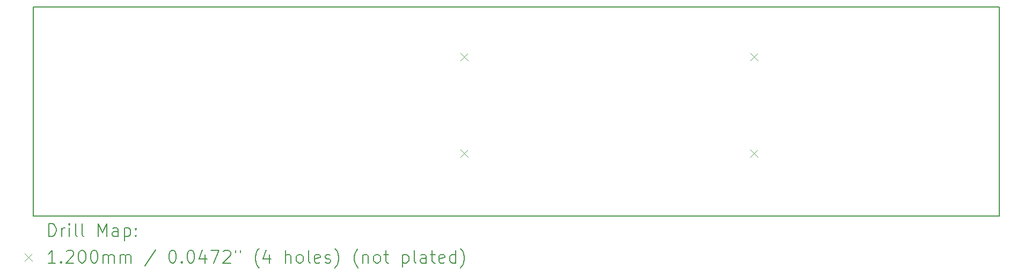
<source format=gbr>
%TF.GenerationSoftware,KiCad,Pcbnew,7.0.9*%
%TF.CreationDate,2025-01-11T11:51:57-05:00*%
%TF.ProjectId,PropellerClock,50726f70-656c-46c6-9572-436c6f636b2e,rev?*%
%TF.SameCoordinates,Original*%
%TF.FileFunction,Drillmap*%
%TF.FilePolarity,Positive*%
%FSLAX45Y45*%
G04 Gerber Fmt 4.5, Leading zero omitted, Abs format (unit mm)*
G04 Created by KiCad (PCBNEW 7.0.9) date 2025-01-11 11:51:57*
%MOMM*%
%LPD*%
G01*
G04 APERTURE LIST*
%ADD10C,0.200000*%
%ADD11C,0.120000*%
G04 APERTURE END LIST*
D10*
X6985000Y-6985000D02*
X6985000Y-10287000D01*
X22225000Y-6985000D02*
X22225000Y-10287000D01*
X6985000Y-10287000D02*
X22225000Y-10287000D01*
X6985000Y-6985000D02*
X22225000Y-6985000D01*
D11*
X13729660Y-7712400D02*
X13849660Y-7832400D01*
X13849660Y-7712400D02*
X13729660Y-7832400D01*
X13729660Y-9236400D02*
X13849660Y-9356400D01*
X13849660Y-9236400D02*
X13729660Y-9356400D01*
X18301660Y-7712400D02*
X18421660Y-7832400D01*
X18421660Y-7712400D02*
X18301660Y-7832400D01*
X18301660Y-9236400D02*
X18421660Y-9356400D01*
X18421660Y-9236400D02*
X18301660Y-9356400D01*
D10*
X7235777Y-10608484D02*
X7235777Y-10408484D01*
X7235777Y-10408484D02*
X7283396Y-10408484D01*
X7283396Y-10408484D02*
X7311967Y-10418008D01*
X7311967Y-10418008D02*
X7331015Y-10437055D01*
X7331015Y-10437055D02*
X7340539Y-10456103D01*
X7340539Y-10456103D02*
X7350062Y-10494198D01*
X7350062Y-10494198D02*
X7350062Y-10522770D01*
X7350062Y-10522770D02*
X7340539Y-10560865D01*
X7340539Y-10560865D02*
X7331015Y-10579912D01*
X7331015Y-10579912D02*
X7311967Y-10598960D01*
X7311967Y-10598960D02*
X7283396Y-10608484D01*
X7283396Y-10608484D02*
X7235777Y-10608484D01*
X7435777Y-10608484D02*
X7435777Y-10475150D01*
X7435777Y-10513246D02*
X7445301Y-10494198D01*
X7445301Y-10494198D02*
X7454824Y-10484674D01*
X7454824Y-10484674D02*
X7473872Y-10475150D01*
X7473872Y-10475150D02*
X7492920Y-10475150D01*
X7559586Y-10608484D02*
X7559586Y-10475150D01*
X7559586Y-10408484D02*
X7550062Y-10418008D01*
X7550062Y-10418008D02*
X7559586Y-10427531D01*
X7559586Y-10427531D02*
X7569110Y-10418008D01*
X7569110Y-10418008D02*
X7559586Y-10408484D01*
X7559586Y-10408484D02*
X7559586Y-10427531D01*
X7683396Y-10608484D02*
X7664348Y-10598960D01*
X7664348Y-10598960D02*
X7654824Y-10579912D01*
X7654824Y-10579912D02*
X7654824Y-10408484D01*
X7788158Y-10608484D02*
X7769110Y-10598960D01*
X7769110Y-10598960D02*
X7759586Y-10579912D01*
X7759586Y-10579912D02*
X7759586Y-10408484D01*
X8016729Y-10608484D02*
X8016729Y-10408484D01*
X8016729Y-10408484D02*
X8083396Y-10551341D01*
X8083396Y-10551341D02*
X8150062Y-10408484D01*
X8150062Y-10408484D02*
X8150062Y-10608484D01*
X8331015Y-10608484D02*
X8331015Y-10503722D01*
X8331015Y-10503722D02*
X8321491Y-10484674D01*
X8321491Y-10484674D02*
X8302443Y-10475150D01*
X8302443Y-10475150D02*
X8264348Y-10475150D01*
X8264348Y-10475150D02*
X8245301Y-10484674D01*
X8331015Y-10598960D02*
X8311967Y-10608484D01*
X8311967Y-10608484D02*
X8264348Y-10608484D01*
X8264348Y-10608484D02*
X8245301Y-10598960D01*
X8245301Y-10598960D02*
X8235777Y-10579912D01*
X8235777Y-10579912D02*
X8235777Y-10560865D01*
X8235777Y-10560865D02*
X8245301Y-10541817D01*
X8245301Y-10541817D02*
X8264348Y-10532293D01*
X8264348Y-10532293D02*
X8311967Y-10532293D01*
X8311967Y-10532293D02*
X8331015Y-10522770D01*
X8426253Y-10475150D02*
X8426253Y-10675150D01*
X8426253Y-10484674D02*
X8445301Y-10475150D01*
X8445301Y-10475150D02*
X8483396Y-10475150D01*
X8483396Y-10475150D02*
X8502444Y-10484674D01*
X8502444Y-10484674D02*
X8511967Y-10494198D01*
X8511967Y-10494198D02*
X8521491Y-10513246D01*
X8521491Y-10513246D02*
X8521491Y-10570389D01*
X8521491Y-10570389D02*
X8511967Y-10589436D01*
X8511967Y-10589436D02*
X8502444Y-10598960D01*
X8502444Y-10598960D02*
X8483396Y-10608484D01*
X8483396Y-10608484D02*
X8445301Y-10608484D01*
X8445301Y-10608484D02*
X8426253Y-10598960D01*
X8607205Y-10589436D02*
X8616729Y-10598960D01*
X8616729Y-10598960D02*
X8607205Y-10608484D01*
X8607205Y-10608484D02*
X8597682Y-10598960D01*
X8597682Y-10598960D02*
X8607205Y-10589436D01*
X8607205Y-10589436D02*
X8607205Y-10608484D01*
X8607205Y-10484674D02*
X8616729Y-10494198D01*
X8616729Y-10494198D02*
X8607205Y-10503722D01*
X8607205Y-10503722D02*
X8597682Y-10494198D01*
X8597682Y-10494198D02*
X8607205Y-10484674D01*
X8607205Y-10484674D02*
X8607205Y-10503722D01*
D11*
X6855000Y-10877000D02*
X6975000Y-10997000D01*
X6975000Y-10877000D02*
X6855000Y-10997000D01*
D10*
X7340539Y-11028484D02*
X7226253Y-11028484D01*
X7283396Y-11028484D02*
X7283396Y-10828484D01*
X7283396Y-10828484D02*
X7264348Y-10857055D01*
X7264348Y-10857055D02*
X7245301Y-10876103D01*
X7245301Y-10876103D02*
X7226253Y-10885627D01*
X7426253Y-11009436D02*
X7435777Y-11018960D01*
X7435777Y-11018960D02*
X7426253Y-11028484D01*
X7426253Y-11028484D02*
X7416729Y-11018960D01*
X7416729Y-11018960D02*
X7426253Y-11009436D01*
X7426253Y-11009436D02*
X7426253Y-11028484D01*
X7511967Y-10847531D02*
X7521491Y-10838008D01*
X7521491Y-10838008D02*
X7540539Y-10828484D01*
X7540539Y-10828484D02*
X7588158Y-10828484D01*
X7588158Y-10828484D02*
X7607205Y-10838008D01*
X7607205Y-10838008D02*
X7616729Y-10847531D01*
X7616729Y-10847531D02*
X7626253Y-10866579D01*
X7626253Y-10866579D02*
X7626253Y-10885627D01*
X7626253Y-10885627D02*
X7616729Y-10914198D01*
X7616729Y-10914198D02*
X7502443Y-11028484D01*
X7502443Y-11028484D02*
X7626253Y-11028484D01*
X7750062Y-10828484D02*
X7769110Y-10828484D01*
X7769110Y-10828484D02*
X7788158Y-10838008D01*
X7788158Y-10838008D02*
X7797682Y-10847531D01*
X7797682Y-10847531D02*
X7807205Y-10866579D01*
X7807205Y-10866579D02*
X7816729Y-10904674D01*
X7816729Y-10904674D02*
X7816729Y-10952293D01*
X7816729Y-10952293D02*
X7807205Y-10990389D01*
X7807205Y-10990389D02*
X7797682Y-11009436D01*
X7797682Y-11009436D02*
X7788158Y-11018960D01*
X7788158Y-11018960D02*
X7769110Y-11028484D01*
X7769110Y-11028484D02*
X7750062Y-11028484D01*
X7750062Y-11028484D02*
X7731015Y-11018960D01*
X7731015Y-11018960D02*
X7721491Y-11009436D01*
X7721491Y-11009436D02*
X7711967Y-10990389D01*
X7711967Y-10990389D02*
X7702443Y-10952293D01*
X7702443Y-10952293D02*
X7702443Y-10904674D01*
X7702443Y-10904674D02*
X7711967Y-10866579D01*
X7711967Y-10866579D02*
X7721491Y-10847531D01*
X7721491Y-10847531D02*
X7731015Y-10838008D01*
X7731015Y-10838008D02*
X7750062Y-10828484D01*
X7940539Y-10828484D02*
X7959586Y-10828484D01*
X7959586Y-10828484D02*
X7978634Y-10838008D01*
X7978634Y-10838008D02*
X7988158Y-10847531D01*
X7988158Y-10847531D02*
X7997682Y-10866579D01*
X7997682Y-10866579D02*
X8007205Y-10904674D01*
X8007205Y-10904674D02*
X8007205Y-10952293D01*
X8007205Y-10952293D02*
X7997682Y-10990389D01*
X7997682Y-10990389D02*
X7988158Y-11009436D01*
X7988158Y-11009436D02*
X7978634Y-11018960D01*
X7978634Y-11018960D02*
X7959586Y-11028484D01*
X7959586Y-11028484D02*
X7940539Y-11028484D01*
X7940539Y-11028484D02*
X7921491Y-11018960D01*
X7921491Y-11018960D02*
X7911967Y-11009436D01*
X7911967Y-11009436D02*
X7902443Y-10990389D01*
X7902443Y-10990389D02*
X7892920Y-10952293D01*
X7892920Y-10952293D02*
X7892920Y-10904674D01*
X7892920Y-10904674D02*
X7902443Y-10866579D01*
X7902443Y-10866579D02*
X7911967Y-10847531D01*
X7911967Y-10847531D02*
X7921491Y-10838008D01*
X7921491Y-10838008D02*
X7940539Y-10828484D01*
X8092920Y-11028484D02*
X8092920Y-10895150D01*
X8092920Y-10914198D02*
X8102443Y-10904674D01*
X8102443Y-10904674D02*
X8121491Y-10895150D01*
X8121491Y-10895150D02*
X8150063Y-10895150D01*
X8150063Y-10895150D02*
X8169110Y-10904674D01*
X8169110Y-10904674D02*
X8178634Y-10923722D01*
X8178634Y-10923722D02*
X8178634Y-11028484D01*
X8178634Y-10923722D02*
X8188158Y-10904674D01*
X8188158Y-10904674D02*
X8207205Y-10895150D01*
X8207205Y-10895150D02*
X8235777Y-10895150D01*
X8235777Y-10895150D02*
X8254824Y-10904674D01*
X8254824Y-10904674D02*
X8264348Y-10923722D01*
X8264348Y-10923722D02*
X8264348Y-11028484D01*
X8359586Y-11028484D02*
X8359586Y-10895150D01*
X8359586Y-10914198D02*
X8369110Y-10904674D01*
X8369110Y-10904674D02*
X8388158Y-10895150D01*
X8388158Y-10895150D02*
X8416729Y-10895150D01*
X8416729Y-10895150D02*
X8435777Y-10904674D01*
X8435777Y-10904674D02*
X8445301Y-10923722D01*
X8445301Y-10923722D02*
X8445301Y-11028484D01*
X8445301Y-10923722D02*
X8454825Y-10904674D01*
X8454825Y-10904674D02*
X8473872Y-10895150D01*
X8473872Y-10895150D02*
X8502444Y-10895150D01*
X8502444Y-10895150D02*
X8521491Y-10904674D01*
X8521491Y-10904674D02*
X8531015Y-10923722D01*
X8531015Y-10923722D02*
X8531015Y-11028484D01*
X8921491Y-10818960D02*
X8750063Y-11076103D01*
X9178634Y-10828484D02*
X9197682Y-10828484D01*
X9197682Y-10828484D02*
X9216729Y-10838008D01*
X9216729Y-10838008D02*
X9226253Y-10847531D01*
X9226253Y-10847531D02*
X9235777Y-10866579D01*
X9235777Y-10866579D02*
X9245301Y-10904674D01*
X9245301Y-10904674D02*
X9245301Y-10952293D01*
X9245301Y-10952293D02*
X9235777Y-10990389D01*
X9235777Y-10990389D02*
X9226253Y-11009436D01*
X9226253Y-11009436D02*
X9216729Y-11018960D01*
X9216729Y-11018960D02*
X9197682Y-11028484D01*
X9197682Y-11028484D02*
X9178634Y-11028484D01*
X9178634Y-11028484D02*
X9159587Y-11018960D01*
X9159587Y-11018960D02*
X9150063Y-11009436D01*
X9150063Y-11009436D02*
X9140539Y-10990389D01*
X9140539Y-10990389D02*
X9131015Y-10952293D01*
X9131015Y-10952293D02*
X9131015Y-10904674D01*
X9131015Y-10904674D02*
X9140539Y-10866579D01*
X9140539Y-10866579D02*
X9150063Y-10847531D01*
X9150063Y-10847531D02*
X9159587Y-10838008D01*
X9159587Y-10838008D02*
X9178634Y-10828484D01*
X9331015Y-11009436D02*
X9340539Y-11018960D01*
X9340539Y-11018960D02*
X9331015Y-11028484D01*
X9331015Y-11028484D02*
X9321491Y-11018960D01*
X9321491Y-11018960D02*
X9331015Y-11009436D01*
X9331015Y-11009436D02*
X9331015Y-11028484D01*
X9464348Y-10828484D02*
X9483396Y-10828484D01*
X9483396Y-10828484D02*
X9502444Y-10838008D01*
X9502444Y-10838008D02*
X9511968Y-10847531D01*
X9511968Y-10847531D02*
X9521491Y-10866579D01*
X9521491Y-10866579D02*
X9531015Y-10904674D01*
X9531015Y-10904674D02*
X9531015Y-10952293D01*
X9531015Y-10952293D02*
X9521491Y-10990389D01*
X9521491Y-10990389D02*
X9511968Y-11009436D01*
X9511968Y-11009436D02*
X9502444Y-11018960D01*
X9502444Y-11018960D02*
X9483396Y-11028484D01*
X9483396Y-11028484D02*
X9464348Y-11028484D01*
X9464348Y-11028484D02*
X9445301Y-11018960D01*
X9445301Y-11018960D02*
X9435777Y-11009436D01*
X9435777Y-11009436D02*
X9426253Y-10990389D01*
X9426253Y-10990389D02*
X9416729Y-10952293D01*
X9416729Y-10952293D02*
X9416729Y-10904674D01*
X9416729Y-10904674D02*
X9426253Y-10866579D01*
X9426253Y-10866579D02*
X9435777Y-10847531D01*
X9435777Y-10847531D02*
X9445301Y-10838008D01*
X9445301Y-10838008D02*
X9464348Y-10828484D01*
X9702444Y-10895150D02*
X9702444Y-11028484D01*
X9654825Y-10818960D02*
X9607206Y-10961817D01*
X9607206Y-10961817D02*
X9731015Y-10961817D01*
X9788158Y-10828484D02*
X9921491Y-10828484D01*
X9921491Y-10828484D02*
X9835777Y-11028484D01*
X9988158Y-10847531D02*
X9997682Y-10838008D01*
X9997682Y-10838008D02*
X10016729Y-10828484D01*
X10016729Y-10828484D02*
X10064349Y-10828484D01*
X10064349Y-10828484D02*
X10083396Y-10838008D01*
X10083396Y-10838008D02*
X10092920Y-10847531D01*
X10092920Y-10847531D02*
X10102444Y-10866579D01*
X10102444Y-10866579D02*
X10102444Y-10885627D01*
X10102444Y-10885627D02*
X10092920Y-10914198D01*
X10092920Y-10914198D02*
X9978634Y-11028484D01*
X9978634Y-11028484D02*
X10102444Y-11028484D01*
X10178634Y-10828484D02*
X10178634Y-10866579D01*
X10254825Y-10828484D02*
X10254825Y-10866579D01*
X10550063Y-11104674D02*
X10540539Y-11095150D01*
X10540539Y-11095150D02*
X10521491Y-11066579D01*
X10521491Y-11066579D02*
X10511968Y-11047531D01*
X10511968Y-11047531D02*
X10502444Y-11018960D01*
X10502444Y-11018960D02*
X10492920Y-10971341D01*
X10492920Y-10971341D02*
X10492920Y-10933246D01*
X10492920Y-10933246D02*
X10502444Y-10885627D01*
X10502444Y-10885627D02*
X10511968Y-10857055D01*
X10511968Y-10857055D02*
X10521491Y-10838008D01*
X10521491Y-10838008D02*
X10540539Y-10809436D01*
X10540539Y-10809436D02*
X10550063Y-10799912D01*
X10711968Y-10895150D02*
X10711968Y-11028484D01*
X10664349Y-10818960D02*
X10616730Y-10961817D01*
X10616730Y-10961817D02*
X10740539Y-10961817D01*
X10969111Y-11028484D02*
X10969111Y-10828484D01*
X11054825Y-11028484D02*
X11054825Y-10923722D01*
X11054825Y-10923722D02*
X11045301Y-10904674D01*
X11045301Y-10904674D02*
X11026253Y-10895150D01*
X11026253Y-10895150D02*
X10997682Y-10895150D01*
X10997682Y-10895150D02*
X10978634Y-10904674D01*
X10978634Y-10904674D02*
X10969111Y-10914198D01*
X11178634Y-11028484D02*
X11159587Y-11018960D01*
X11159587Y-11018960D02*
X11150063Y-11009436D01*
X11150063Y-11009436D02*
X11140539Y-10990389D01*
X11140539Y-10990389D02*
X11140539Y-10933246D01*
X11140539Y-10933246D02*
X11150063Y-10914198D01*
X11150063Y-10914198D02*
X11159587Y-10904674D01*
X11159587Y-10904674D02*
X11178634Y-10895150D01*
X11178634Y-10895150D02*
X11207206Y-10895150D01*
X11207206Y-10895150D02*
X11226253Y-10904674D01*
X11226253Y-10904674D02*
X11235777Y-10914198D01*
X11235777Y-10914198D02*
X11245301Y-10933246D01*
X11245301Y-10933246D02*
X11245301Y-10990389D01*
X11245301Y-10990389D02*
X11235777Y-11009436D01*
X11235777Y-11009436D02*
X11226253Y-11018960D01*
X11226253Y-11018960D02*
X11207206Y-11028484D01*
X11207206Y-11028484D02*
X11178634Y-11028484D01*
X11359587Y-11028484D02*
X11340539Y-11018960D01*
X11340539Y-11018960D02*
X11331015Y-10999912D01*
X11331015Y-10999912D02*
X11331015Y-10828484D01*
X11511968Y-11018960D02*
X11492920Y-11028484D01*
X11492920Y-11028484D02*
X11454825Y-11028484D01*
X11454825Y-11028484D02*
X11435777Y-11018960D01*
X11435777Y-11018960D02*
X11426253Y-10999912D01*
X11426253Y-10999912D02*
X11426253Y-10923722D01*
X11426253Y-10923722D02*
X11435777Y-10904674D01*
X11435777Y-10904674D02*
X11454825Y-10895150D01*
X11454825Y-10895150D02*
X11492920Y-10895150D01*
X11492920Y-10895150D02*
X11511968Y-10904674D01*
X11511968Y-10904674D02*
X11521491Y-10923722D01*
X11521491Y-10923722D02*
X11521491Y-10942770D01*
X11521491Y-10942770D02*
X11426253Y-10961817D01*
X11597682Y-11018960D02*
X11616730Y-11028484D01*
X11616730Y-11028484D02*
X11654825Y-11028484D01*
X11654825Y-11028484D02*
X11673872Y-11018960D01*
X11673872Y-11018960D02*
X11683396Y-10999912D01*
X11683396Y-10999912D02*
X11683396Y-10990389D01*
X11683396Y-10990389D02*
X11673872Y-10971341D01*
X11673872Y-10971341D02*
X11654825Y-10961817D01*
X11654825Y-10961817D02*
X11626253Y-10961817D01*
X11626253Y-10961817D02*
X11607206Y-10952293D01*
X11607206Y-10952293D02*
X11597682Y-10933246D01*
X11597682Y-10933246D02*
X11597682Y-10923722D01*
X11597682Y-10923722D02*
X11607206Y-10904674D01*
X11607206Y-10904674D02*
X11626253Y-10895150D01*
X11626253Y-10895150D02*
X11654825Y-10895150D01*
X11654825Y-10895150D02*
X11673872Y-10904674D01*
X11750063Y-11104674D02*
X11759587Y-11095150D01*
X11759587Y-11095150D02*
X11778634Y-11066579D01*
X11778634Y-11066579D02*
X11788158Y-11047531D01*
X11788158Y-11047531D02*
X11797682Y-11018960D01*
X11797682Y-11018960D02*
X11807206Y-10971341D01*
X11807206Y-10971341D02*
X11807206Y-10933246D01*
X11807206Y-10933246D02*
X11797682Y-10885627D01*
X11797682Y-10885627D02*
X11788158Y-10857055D01*
X11788158Y-10857055D02*
X11778634Y-10838008D01*
X11778634Y-10838008D02*
X11759587Y-10809436D01*
X11759587Y-10809436D02*
X11750063Y-10799912D01*
X12111968Y-11104674D02*
X12102444Y-11095150D01*
X12102444Y-11095150D02*
X12083396Y-11066579D01*
X12083396Y-11066579D02*
X12073872Y-11047531D01*
X12073872Y-11047531D02*
X12064349Y-11018960D01*
X12064349Y-11018960D02*
X12054825Y-10971341D01*
X12054825Y-10971341D02*
X12054825Y-10933246D01*
X12054825Y-10933246D02*
X12064349Y-10885627D01*
X12064349Y-10885627D02*
X12073872Y-10857055D01*
X12073872Y-10857055D02*
X12083396Y-10838008D01*
X12083396Y-10838008D02*
X12102444Y-10809436D01*
X12102444Y-10809436D02*
X12111968Y-10799912D01*
X12188158Y-10895150D02*
X12188158Y-11028484D01*
X12188158Y-10914198D02*
X12197682Y-10904674D01*
X12197682Y-10904674D02*
X12216730Y-10895150D01*
X12216730Y-10895150D02*
X12245301Y-10895150D01*
X12245301Y-10895150D02*
X12264349Y-10904674D01*
X12264349Y-10904674D02*
X12273872Y-10923722D01*
X12273872Y-10923722D02*
X12273872Y-11028484D01*
X12397682Y-11028484D02*
X12378634Y-11018960D01*
X12378634Y-11018960D02*
X12369111Y-11009436D01*
X12369111Y-11009436D02*
X12359587Y-10990389D01*
X12359587Y-10990389D02*
X12359587Y-10933246D01*
X12359587Y-10933246D02*
X12369111Y-10914198D01*
X12369111Y-10914198D02*
X12378634Y-10904674D01*
X12378634Y-10904674D02*
X12397682Y-10895150D01*
X12397682Y-10895150D02*
X12426253Y-10895150D01*
X12426253Y-10895150D02*
X12445301Y-10904674D01*
X12445301Y-10904674D02*
X12454825Y-10914198D01*
X12454825Y-10914198D02*
X12464349Y-10933246D01*
X12464349Y-10933246D02*
X12464349Y-10990389D01*
X12464349Y-10990389D02*
X12454825Y-11009436D01*
X12454825Y-11009436D02*
X12445301Y-11018960D01*
X12445301Y-11018960D02*
X12426253Y-11028484D01*
X12426253Y-11028484D02*
X12397682Y-11028484D01*
X12521492Y-10895150D02*
X12597682Y-10895150D01*
X12550063Y-10828484D02*
X12550063Y-10999912D01*
X12550063Y-10999912D02*
X12559587Y-11018960D01*
X12559587Y-11018960D02*
X12578634Y-11028484D01*
X12578634Y-11028484D02*
X12597682Y-11028484D01*
X12816730Y-10895150D02*
X12816730Y-11095150D01*
X12816730Y-10904674D02*
X12835777Y-10895150D01*
X12835777Y-10895150D02*
X12873873Y-10895150D01*
X12873873Y-10895150D02*
X12892920Y-10904674D01*
X12892920Y-10904674D02*
X12902444Y-10914198D01*
X12902444Y-10914198D02*
X12911968Y-10933246D01*
X12911968Y-10933246D02*
X12911968Y-10990389D01*
X12911968Y-10990389D02*
X12902444Y-11009436D01*
X12902444Y-11009436D02*
X12892920Y-11018960D01*
X12892920Y-11018960D02*
X12873873Y-11028484D01*
X12873873Y-11028484D02*
X12835777Y-11028484D01*
X12835777Y-11028484D02*
X12816730Y-11018960D01*
X13026253Y-11028484D02*
X13007206Y-11018960D01*
X13007206Y-11018960D02*
X12997682Y-10999912D01*
X12997682Y-10999912D02*
X12997682Y-10828484D01*
X13188158Y-11028484D02*
X13188158Y-10923722D01*
X13188158Y-10923722D02*
X13178634Y-10904674D01*
X13178634Y-10904674D02*
X13159587Y-10895150D01*
X13159587Y-10895150D02*
X13121492Y-10895150D01*
X13121492Y-10895150D02*
X13102444Y-10904674D01*
X13188158Y-11018960D02*
X13169111Y-11028484D01*
X13169111Y-11028484D02*
X13121492Y-11028484D01*
X13121492Y-11028484D02*
X13102444Y-11018960D01*
X13102444Y-11018960D02*
X13092920Y-10999912D01*
X13092920Y-10999912D02*
X13092920Y-10980865D01*
X13092920Y-10980865D02*
X13102444Y-10961817D01*
X13102444Y-10961817D02*
X13121492Y-10952293D01*
X13121492Y-10952293D02*
X13169111Y-10952293D01*
X13169111Y-10952293D02*
X13188158Y-10942770D01*
X13254825Y-10895150D02*
X13331015Y-10895150D01*
X13283396Y-10828484D02*
X13283396Y-10999912D01*
X13283396Y-10999912D02*
X13292920Y-11018960D01*
X13292920Y-11018960D02*
X13311968Y-11028484D01*
X13311968Y-11028484D02*
X13331015Y-11028484D01*
X13473873Y-11018960D02*
X13454825Y-11028484D01*
X13454825Y-11028484D02*
X13416730Y-11028484D01*
X13416730Y-11028484D02*
X13397682Y-11018960D01*
X13397682Y-11018960D02*
X13388158Y-10999912D01*
X13388158Y-10999912D02*
X13388158Y-10923722D01*
X13388158Y-10923722D02*
X13397682Y-10904674D01*
X13397682Y-10904674D02*
X13416730Y-10895150D01*
X13416730Y-10895150D02*
X13454825Y-10895150D01*
X13454825Y-10895150D02*
X13473873Y-10904674D01*
X13473873Y-10904674D02*
X13483396Y-10923722D01*
X13483396Y-10923722D02*
X13483396Y-10942770D01*
X13483396Y-10942770D02*
X13388158Y-10961817D01*
X13654825Y-11028484D02*
X13654825Y-10828484D01*
X13654825Y-11018960D02*
X13635777Y-11028484D01*
X13635777Y-11028484D02*
X13597682Y-11028484D01*
X13597682Y-11028484D02*
X13578634Y-11018960D01*
X13578634Y-11018960D02*
X13569111Y-11009436D01*
X13569111Y-11009436D02*
X13559587Y-10990389D01*
X13559587Y-10990389D02*
X13559587Y-10933246D01*
X13559587Y-10933246D02*
X13569111Y-10914198D01*
X13569111Y-10914198D02*
X13578634Y-10904674D01*
X13578634Y-10904674D02*
X13597682Y-10895150D01*
X13597682Y-10895150D02*
X13635777Y-10895150D01*
X13635777Y-10895150D02*
X13654825Y-10904674D01*
X13731015Y-11104674D02*
X13740539Y-11095150D01*
X13740539Y-11095150D02*
X13759587Y-11066579D01*
X13759587Y-11066579D02*
X13769111Y-11047531D01*
X13769111Y-11047531D02*
X13778634Y-11018960D01*
X13778634Y-11018960D02*
X13788158Y-10971341D01*
X13788158Y-10971341D02*
X13788158Y-10933246D01*
X13788158Y-10933246D02*
X13778634Y-10885627D01*
X13778634Y-10885627D02*
X13769111Y-10857055D01*
X13769111Y-10857055D02*
X13759587Y-10838008D01*
X13759587Y-10838008D02*
X13740539Y-10809436D01*
X13740539Y-10809436D02*
X13731015Y-10799912D01*
M02*

</source>
